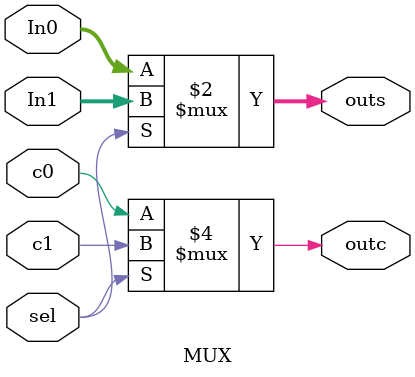
<source format=v>
module Select_Carry_Adder(a,b,carryIn,carryOut,sum);
input [15:0] a;
input [15:0] b;
input carryIn;
output carryOut;
output [15:0] sum;

wire Carry0,Carry10,Carry11,Carry20,Carry21,Carry30,Carry31;
wire carryf0,carryf1;
wire c0,c1,c2,c3;
wire [3:0] s0;
wire [3:0] s1;
wire [3:0] s2;
wire [3:0] s3;
wire [3:0] s4;
wire [3:0] s5;
bit_Adder Adder1(
.A(a[3:0]),
.B(b[3:0]),
.CarryIn(carryIn),
.CarryOut(Carry0),
.Sum(sum[3:0])
);

bit_Adder Adder20(
.A(a[7:4]),
.B(b[7:4]),
.CarryIn(0),
.CarryOut(Carry10),
.Sum(s0)
);

bit_Adder Adder21(
.A(a[7:4]),
.B(b[7:4]),
.CarryIn(1),
.CarryOut(Carry11),
.Sum(s1)
);

MUX Mux1(
.In0(s0),
.In1(s1),
.c0(Carry10),
.c1(Carry11),
.sel(Carry0),
.outs(sum[7:4]),
.outc(Carryf0)
);

bit_Adder Adder30(
.A(a[11:8]),
.B(b[11:8]),
.CarryIn(0),
.CarryOut(Carry20),
.Sum(s2)
);

bit_Adder Adder31(
.A(a[11:8]),
.B(b[11:8]),
.CarryIn(1),
.CarryOut(Carry21),
.Sum(s3)
);
	
MUX Mux2(
.In0(s2),
.In1(s3),
.c0(Carry20),
.c1(Carry21),
.sel(Carryf0),
.outs(sum[11:8]),
.outc(Carryf1)
);

bit_Adder Adder40(
.A(a[15:12]),
.B(b[15:12]),
.CarryIn(0),
.CarryOut(Carry30),
.Sum(s4)
);

bit_Adder Adder41(
.A(a[15:12]),
.B(b[15:12]),
.CarryIn(1),
.CarryOut(Carry31),
.Sum(s5)
);

MUX Mux3(
.In0(s4),
.In1(s5),
.c0(Carry30),
.c1(Carry31),
.sel(Carryf1),
.outs(sum[15:12]),
.outc(carryOut)
);

endmodule

module full_adder(S, Cout, A, B, Cin);
   input  A;
   input  B;
   input  Cin;
output S;
   output Cout;   
   wire   w1;
   wire   w2;
   wire   w3;
   wire   w4;
   
   xor(w1, A, B);
   xor(S, Cin, w1);
   and(w2, A, B);   
   and(w3, A, Cin);
   and(w4, B, Cin);   
   or(Cout, w2, w3, w4);
endmodule

module bit_Adder(A,B,CarryIn,CarryOut,Sum);
input [3:0] A;
input [3:0] B;
input CarryIn;
output [3:0] Sum;
output CarryOut;

wire c0,c1,c2;
full_adder adder1(
.S(Sum[0]),
.Cout(c0),
.A(A[0]),
.B(B[0]),
.Cin(CarryIn)
);
full_adder adder2(
.S(Sum[1]),
.Cout(c1),
.A(A[1]),
.B(B[1]),
.Cin(c0)
);
full_adder adder3(
.S(Sum[2]),
.Cout(c2),
.A(A[2]),
.B(B[2]),
.Cin(c1)
);

full_adder adder4(
.S(Sum[3]),
.Cout(CarryOut),
.A(A[3]),
.B(B[3]),
.Cin(c2)
);
endmodule

module MUX(In0,In1,c0,c1,sel,outs,outc);
input [3:0] In0;
input [3:0] In1;
input c0,c1,sel;
output [3:0] outs;
output outc;

 assign outs=(sel==1'b1)?In1:In0;
assign outc=(sel==1'b1)?c1:c0;
endmodule


</source>
